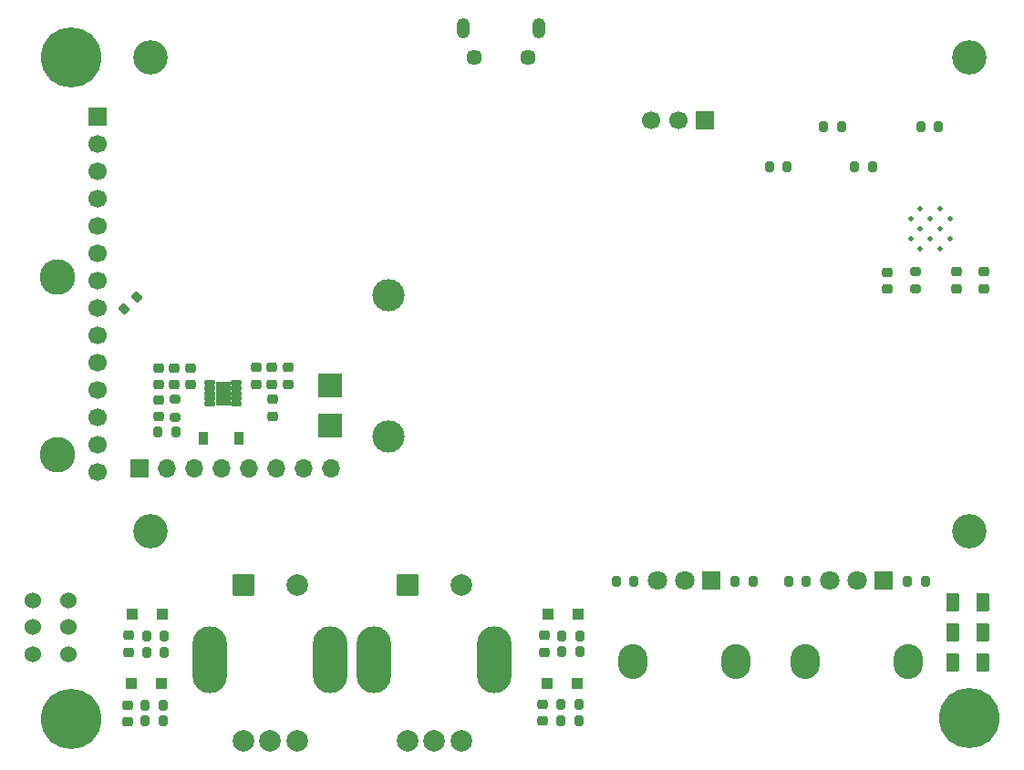
<source format=gbr>
%TF.GenerationSoftware,KiCad,Pcbnew,(6.0.10)*%
%TF.CreationDate,2023-12-11T17:02:30-05:00*%
%TF.ProjectId,Ultrasonic Sound Steering - Remote Rev. A,556c7472-6173-46f6-9e69-6320536f756e,rev?*%
%TF.SameCoordinates,Original*%
%TF.FileFunction,Soldermask,Top*%
%TF.FilePolarity,Negative*%
%FSLAX46Y46*%
G04 Gerber Fmt 4.6, Leading zero omitted, Abs format (unit mm)*
G04 Created by KiCad (PCBNEW (6.0.10)) date 2023-12-11 17:02:30*
%MOMM*%
%LPD*%
G01*
G04 APERTURE LIST*
G04 Aperture macros list*
%AMRoundRect*
0 Rectangle with rounded corners*
0 $1 Rounding radius*
0 $2 $3 $4 $5 $6 $7 $8 $9 X,Y pos of 4 corners*
0 Add a 4 corners polygon primitive as box body*
4,1,4,$2,$3,$4,$5,$6,$7,$8,$9,$2,$3,0*
0 Add four circle primitives for the rounded corners*
1,1,$1+$1,$2,$3*
1,1,$1+$1,$4,$5*
1,1,$1+$1,$6,$7*
1,1,$1+$1,$8,$9*
0 Add four rect primitives between the rounded corners*
20,1,$1+$1,$2,$3,$4,$5,0*
20,1,$1+$1,$4,$5,$6,$7,0*
20,1,$1+$1,$6,$7,$8,$9,0*
20,1,$1+$1,$8,$9,$2,$3,0*%
G04 Aperture macros list end*
%ADD10RoundRect,0.225000X-0.250000X0.225000X-0.250000X-0.225000X0.250000X-0.225000X0.250000X0.225000X0*%
%ADD11RoundRect,0.200000X0.200000X0.275000X-0.200000X0.275000X-0.200000X-0.275000X0.200000X-0.275000X0*%
%ADD12R,2.210000X2.180400*%
%ADD13RoundRect,0.200000X-0.200000X-0.275000X0.200000X-0.275000X0.200000X0.275000X-0.200000X0.275000X0*%
%ADD14RoundRect,0.102000X-0.900000X-0.900000X0.900000X-0.900000X0.900000X0.900000X-0.900000X0.900000X0*%
%ADD15C,2.004000*%
%ADD16O,3.204000X6.204000*%
%ADD17C,5.600000*%
%ADD18C,3.600000*%
%ADD19R,1.100000X1.100000*%
%ADD20RoundRect,0.200000X-0.053033X0.335876X-0.335876X0.053033X0.053033X-0.335876X0.335876X-0.053033X0*%
%ADD21RoundRect,0.200000X-0.275000X0.200000X-0.275000X-0.200000X0.275000X-0.200000X0.275000X0.200000X0*%
%ADD22C,3.200000*%
%ADD23R,1.700000X1.700000*%
%ADD24C,1.700000*%
%ADD25RoundRect,0.225000X0.250000X-0.225000X0.250000X0.225000X-0.250000X0.225000X-0.250000X-0.225000X0*%
%ADD26RoundRect,0.250000X-0.375000X-0.625000X0.375000X-0.625000X0.375000X0.625000X-0.375000X0.625000X0*%
%ADD27C,1.524000*%
%ADD28R,1.800000X1.800000*%
%ADD29C,1.800000*%
%ADD30O,2.720000X3.240000*%
%ADD31RoundRect,0.110100X-0.411900X-0.126900X0.411900X-0.126900X0.411900X0.126900X-0.411900X0.126900X0*%
%ADD32RoundRect,0.102000X-0.600000X-1.000000X0.600000X-1.000000X0.600000X1.000000X-0.600000X1.000000X0*%
%ADD33RoundRect,0.200000X0.275000X-0.200000X0.275000X0.200000X-0.275000X0.200000X-0.275000X-0.200000X0*%
%ADD34R,0.900000X1.200000*%
%ADD35O,1.700000X1.700000*%
%ADD36C,3.301600*%
%ADD37C,3.001600*%
%ADD38C,1.450000*%
%ADD39O,1.200000X1.900000*%
%ADD40C,0.504000*%
G04 APERTURE END LIST*
D10*
%TO.C,C4*%
X122717182Y-76405000D03*
X122717182Y-77955000D03*
%TD*%
%TO.C,C30*%
X110865000Y-101300000D03*
X110865000Y-102850000D03*
%TD*%
D11*
%TO.C,R2*%
X168835400Y-96247082D03*
X167185400Y-96247082D03*
%TD*%
D12*
%TO.C,D1*%
X129610000Y-78042800D03*
X129610000Y-81757200D03*
%TD*%
D10*
%TO.C,C25*%
X149335000Y-107680000D03*
X149335000Y-109230000D03*
%TD*%
D13*
%TO.C,R32*%
X112410000Y-109245000D03*
X114060000Y-109245000D03*
%TD*%
%TO.C,R21*%
X151115000Y-102780000D03*
X152765000Y-102780000D03*
%TD*%
D14*
%TO.C,SW1*%
X121490000Y-96582500D03*
D15*
X126490000Y-96582500D03*
X121490000Y-111082500D03*
X126490000Y-111082500D03*
X123990000Y-111082500D03*
D16*
X118390000Y-103582500D03*
X129590000Y-103582500D03*
%TD*%
D11*
%TO.C,R51*%
X177045000Y-54040000D03*
X175395000Y-54040000D03*
%TD*%
D10*
%TO.C,C23*%
X190300000Y-67510000D03*
X190300000Y-69060000D03*
%TD*%
D14*
%TO.C,SW2*%
X136730000Y-96580000D03*
D15*
X141730000Y-96580000D03*
X136730000Y-111080000D03*
X141730000Y-111080000D03*
X139230000Y-111080000D03*
D16*
X133630000Y-103580000D03*
X144830000Y-103580000D03*
%TD*%
D11*
%TO.C,R14*%
X184835400Y-96275000D03*
X183185400Y-96275000D03*
%TD*%
%TO.C,R54*%
X179935000Y-57770000D03*
X178285000Y-57770000D03*
%TD*%
%TO.C,R52*%
X171995000Y-57770000D03*
X170345000Y-57770000D03*
%TD*%
D17*
%TO.C,H3*%
X188960999Y-108957999D03*
D18*
X188960999Y-108957999D03*
%TD*%
D10*
%TO.C,C16*%
X115130000Y-76420000D03*
X115130000Y-77970000D03*
%TD*%
D13*
%TO.C,R22*%
X151010000Y-107705000D03*
X152660000Y-107705000D03*
%TD*%
D19*
%TO.C,D12*%
X111230000Y-99350000D03*
X114030000Y-99350000D03*
%TD*%
D11*
%TO.C,R53*%
X186065000Y-54040000D03*
X184415000Y-54040000D03*
%TD*%
D20*
%TO.C,R55*%
X111586726Y-69813274D03*
X110420000Y-70980000D03*
%TD*%
D21*
%TO.C,R30*%
X183930000Y-67470000D03*
X183930000Y-69120000D03*
%TD*%
D19*
%TO.C,D6*%
X149710000Y-105730000D03*
X152510000Y-105730000D03*
%TD*%
D22*
%TO.C,J4*%
X188960999Y-91572999D03*
X112933999Y-47572999D03*
X112933999Y-91572999D03*
X188960999Y-47572999D03*
D23*
X108011999Y-53062999D03*
D24*
X108008999Y-55601999D03*
X108008999Y-58141999D03*
X108008999Y-60681999D03*
X108008999Y-63221999D03*
X108008999Y-65761999D03*
X108008999Y-68301999D03*
X108008999Y-70838999D03*
X108008999Y-73378999D03*
X108008999Y-75918999D03*
X108008999Y-78458999D03*
X108008999Y-80998999D03*
X108008999Y-83538999D03*
X108008999Y-86078999D03*
%TD*%
D17*
%TO.C,H1*%
X105539000Y-47538999D03*
D18*
X105539000Y-47538999D03*
%TD*%
D11*
%TO.C,R15*%
X173795400Y-96275000D03*
X172145400Y-96275000D03*
%TD*%
D25*
%TO.C,C7*%
X124197182Y-80910000D03*
X124197182Y-79360000D03*
%TD*%
D13*
%TO.C,R10*%
X113575000Y-82380000D03*
X115225000Y-82380000D03*
%TD*%
D19*
%TO.C,D5*%
X149815000Y-99330000D03*
X152615000Y-99330000D03*
%TD*%
D10*
%TO.C,C12*%
X181330000Y-67530000D03*
X181330000Y-69080000D03*
%TD*%
D13*
%TO.C,R23*%
X151012500Y-109180000D03*
X152662500Y-109180000D03*
%TD*%
D10*
%TO.C,C2*%
X125650000Y-76405000D03*
X125650000Y-77955000D03*
%TD*%
%TO.C,C5*%
X124187182Y-76405000D03*
X124187182Y-77955000D03*
%TD*%
D13*
%TO.C,R38*%
X112530000Y-102825000D03*
X114180000Y-102825000D03*
%TD*%
D26*
%TO.C,D3*%
X187430000Y-101040000D03*
X190230000Y-101040000D03*
%TD*%
D13*
%TO.C,R28*%
X112410000Y-107770000D03*
X114060000Y-107770000D03*
%TD*%
D17*
%TO.C,H2*%
X105538999Y-109060999D03*
D18*
X105538999Y-109060999D03*
%TD*%
D19*
%TO.C,D8*%
X111117500Y-105770000D03*
X113917500Y-105770000D03*
%TD*%
D25*
%TO.C,C14*%
X113670000Y-80940000D03*
X113670000Y-79390000D03*
%TD*%
D27*
%TO.C,S1*%
X101950000Y-98035400D03*
X101950000Y-100535400D03*
X101950000Y-103035400D03*
X105250000Y-98035400D03*
X105250000Y-100535400D03*
X105250000Y-103035400D03*
%TD*%
D28*
%TO.C,RV2*%
X180985400Y-96192800D03*
D29*
X178485400Y-96192800D03*
X175985400Y-96192800D03*
D30*
X173685400Y-103692800D03*
X183285400Y-103692800D03*
%TD*%
D10*
%TO.C,C17*%
X113670000Y-76420000D03*
X113670000Y-77970000D03*
%TD*%
%TO.C,C24*%
X149455000Y-101280000D03*
X149455000Y-102830000D03*
%TD*%
D31*
%TO.C,U3*%
X118432182Y-77780000D03*
X118432182Y-78280000D03*
X118432182Y-78780000D03*
X118432182Y-79280000D03*
X118432182Y-79780000D03*
X120822182Y-79780000D03*
X120822182Y-79280000D03*
X120822182Y-78780000D03*
X120822182Y-78280000D03*
X120822182Y-77780000D03*
D32*
X119627182Y-78780000D03*
%TD*%
D26*
%TO.C,D4*%
X187430000Y-98240000D03*
X190230000Y-98240000D03*
%TD*%
D28*
%TO.C,RV1*%
X164985400Y-96175000D03*
D29*
X162485400Y-96175000D03*
X159985400Y-96175000D03*
D30*
X157685400Y-103675000D03*
X167285400Y-103675000D03*
%TD*%
D10*
%TO.C,C28*%
X110770000Y-107745000D03*
X110770000Y-109295000D03*
%TD*%
D13*
%TO.C,R20*%
X151115000Y-101305000D03*
X152765000Y-101305000D03*
%TD*%
D10*
%TO.C,C15*%
X116590000Y-76420000D03*
X116590000Y-77970000D03*
%TD*%
D11*
%TO.C,R3*%
X157780400Y-96250000D03*
X156130400Y-96250000D03*
%TD*%
D13*
%TO.C,R34*%
X112530000Y-101350000D03*
X114180000Y-101350000D03*
%TD*%
D10*
%TO.C,C13*%
X187710000Y-67500000D03*
X187710000Y-69050000D03*
%TD*%
D26*
%TO.C,D14*%
X187430000Y-103840000D03*
X190230000Y-103840000D03*
%TD*%
D33*
%TO.C,R9*%
X115150000Y-80990000D03*
X115150000Y-79340000D03*
%TD*%
D34*
%TO.C,D2*%
X121127182Y-83010000D03*
X117827182Y-83010000D03*
%TD*%
D23*
%TO.C,J1*%
X111837144Y-85792499D03*
D35*
X114377144Y-85792499D03*
X116917144Y-85792499D03*
X119457144Y-85792499D03*
X121997144Y-85792499D03*
X124537144Y-85792499D03*
X127077144Y-85792499D03*
X129617144Y-85792499D03*
D36*
X104217144Y-84523899D03*
X104217144Y-68013899D03*
D37*
X134951144Y-69698899D03*
X134951144Y-82838899D03*
%TD*%
D23*
%TO.C,J2*%
X164410000Y-53380001D03*
D24*
X161910000Y-53380001D03*
X159410000Y-53380001D03*
%TD*%
D38*
%TO.C,J3*%
X147970000Y-47582500D03*
D39*
X148970000Y-44882500D03*
D38*
X142970000Y-47582500D03*
D39*
X141970000Y-44882500D03*
%TD*%
D40*
%TO.C,U7*%
X187145000Y-64407500D03*
X187145000Y-62572500D03*
X186227500Y-65325000D03*
X186227500Y-63490000D03*
X186227500Y-61655000D03*
X185310000Y-64407500D03*
X185310000Y-62572500D03*
X184392500Y-65325000D03*
X184392500Y-63490000D03*
X184392500Y-61655000D03*
X183475000Y-64407500D03*
X183475000Y-62572500D03*
%TD*%
M02*

</source>
